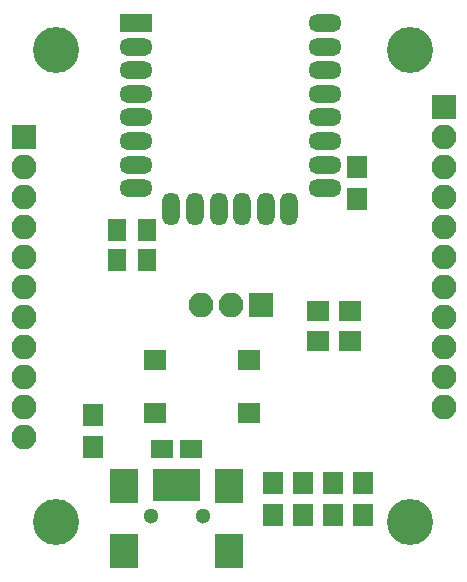
<source format=gts>
G04 #@! TF.FileFunction,Soldermask,Top*
%FSLAX46Y46*%
G04 Gerber Fmt 4.6, Leading zero omitted, Abs format (unit mm)*
G04 Created by KiCad (PCBNEW 4.0.7) date 04/15/18 17:09:11*
%MOMM*%
%LPD*%
G01*
G04 APERTURE LIST*
%ADD10C,0.100000*%
%ADD11O,1.500000X2.800000*%
%ADD12R,2.800000X1.500000*%
%ADD13O,2.800000X1.500000*%
%ADD14R,1.650000X1.900000*%
%ADD15R,1.700000X1.900000*%
%ADD16R,0.900000X2.700000*%
%ADD17R,2.400000X2.900000*%
%ADD18C,1.300000*%
%ADD19R,1.950000X1.700000*%
%ADD20R,1.900000X1.650000*%
%ADD21C,3.900120*%
%ADD22R,2.100000X2.100000*%
%ADD23O,2.100000X2.100000*%
%ADD24R,1.900000X1.700000*%
G04 APERTURE END LIST*
D10*
D11*
X151956000Y-113284000D03*
X153956000Y-113284000D03*
X155956000Y-113284000D03*
X157956000Y-113284000D03*
X159956000Y-113284000D03*
X161956000Y-113284000D03*
D12*
X148966000Y-97534000D03*
D13*
X148966000Y-99534000D03*
X148966000Y-101534000D03*
X148966000Y-103534000D03*
X148966000Y-105534000D03*
X148966000Y-107534000D03*
X148966000Y-109534000D03*
X148966000Y-111534000D03*
X164966000Y-111534000D03*
X164966000Y-109534000D03*
X164966000Y-107534000D03*
X164966000Y-105534000D03*
X164966000Y-103534000D03*
X164966000Y-101534000D03*
X164966000Y-99534000D03*
X164966000Y-97534000D03*
D14*
X147320000Y-115082000D03*
X147320000Y-117582000D03*
X149860000Y-115082000D03*
X149860000Y-117582000D03*
D15*
X145288000Y-130730000D03*
X145288000Y-133430000D03*
D16*
X150800000Y-136640000D03*
X151600000Y-136640000D03*
X152400000Y-136640000D03*
X153200000Y-136640000D03*
X154000000Y-136640000D03*
D17*
X147950000Y-136740000D03*
X147950000Y-142240000D03*
X156850000Y-136740000D03*
X156850000Y-142240000D03*
D18*
X150200000Y-139240000D03*
X154600000Y-139240000D03*
D19*
X158496000Y-130556000D03*
X150546000Y-130556000D03*
X158496000Y-126056000D03*
X150546000Y-126056000D03*
D20*
X151150000Y-133604000D03*
X153650000Y-133604000D03*
D15*
X160528000Y-136492000D03*
X160528000Y-139192000D03*
X163068000Y-136492000D03*
X163068000Y-139192000D03*
X168148000Y-139192000D03*
X168148000Y-136492000D03*
X165608000Y-139192000D03*
X165608000Y-136492000D03*
D21*
X142161260Y-139778740D03*
X142161260Y-99778820D03*
X172161200Y-99778820D03*
X172161200Y-139778740D03*
D22*
X139446000Y-107188000D03*
D23*
X139446000Y-109728000D03*
X139446000Y-112268000D03*
X139446000Y-114808000D03*
X139446000Y-117348000D03*
X139446000Y-119888000D03*
X139446000Y-122428000D03*
X139446000Y-124968000D03*
X139446000Y-127508000D03*
X139446000Y-130048000D03*
X139446000Y-132588000D03*
D22*
X175006000Y-104648000D03*
D23*
X175006000Y-107188000D03*
X175006000Y-109728000D03*
X175006000Y-112268000D03*
X175006000Y-114808000D03*
X175006000Y-117348000D03*
X175006000Y-119888000D03*
X175006000Y-122428000D03*
X175006000Y-124968000D03*
X175006000Y-127508000D03*
X175006000Y-130048000D03*
D15*
X167640000Y-112395000D03*
X167640000Y-109695000D03*
D24*
X164385000Y-121920000D03*
X167085000Y-121920000D03*
D22*
X159512000Y-121412000D03*
D23*
X156972000Y-121412000D03*
X154432000Y-121412000D03*
D24*
X167085000Y-124460000D03*
X164385000Y-124460000D03*
M02*

</source>
